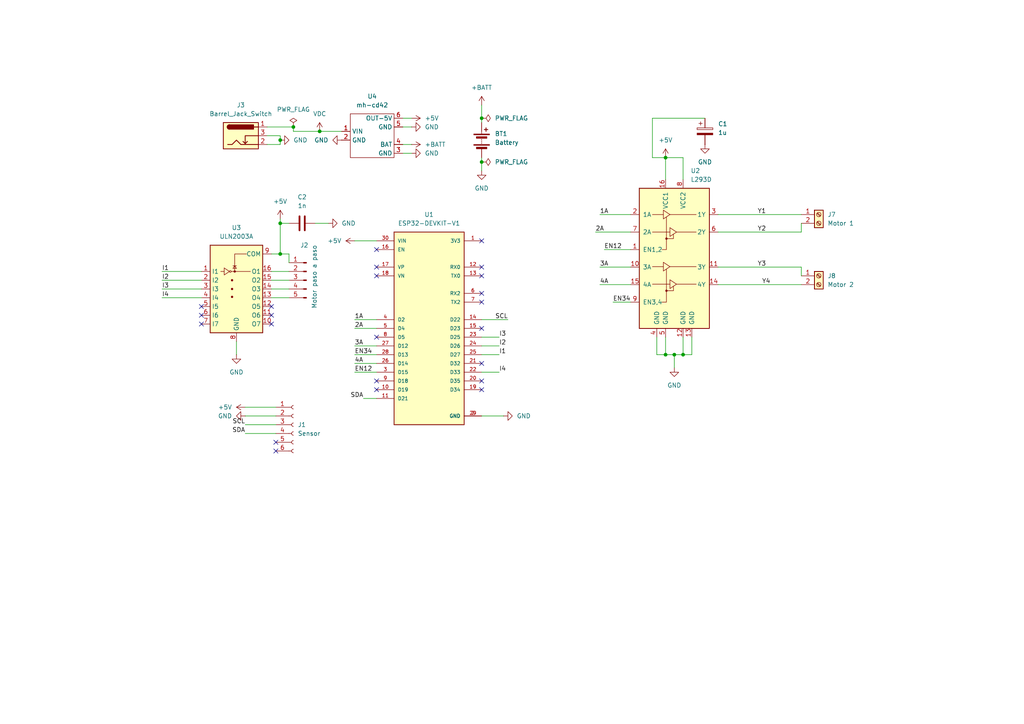
<source format=kicad_sch>
(kicad_sch (version 20231120) (generator "eeschema") (generator_version "8.0")
  (paper "A4")
  (lib_symbols
    (symbol "CD42:mh-cd42"
      (property "Reference" "U" (at 0 7.62 0))
      (property "Value" "mh-cd42" (at 0 -7.62 0))
      (symbol "mh-cd42_0_1"
        (rectangle (start -6.35 6.35) (end 6.35 -6.35))
      )
      (symbol "mh-cd42_1_1"
        (pin power_in line (at -8.89 1.27 0) (length 2.54) (name "VIN") (number "1"))
        (pin passive line (at -8.89 -1.27 0) (length 2.54) (name "GND") (number "2"))
        (pin passive line (at 8.89 -5.08 180) (length 2.54) (name "GND") (number "3"))
        (pin passive line (at 8.89 -2.54 180) (length 2.54) (name "BAT") (number "4"))
        (pin passive line (at 8.89 2.54 180) (length 2.54) (name "GND") (number "5"))
        (pin power_out line (at 8.89 5.08 180) (length 2.54) (name "OUT-5V") (number "6"))
      )
    )
    (symbol "Connector:Barrel_Jack_Switch" (pin_names hide)
      (property "Reference" "J" (at 0 5.334 0))
      (property "Value" "Barrel_Jack_Switch" (at 0 -5.08 0))
      (symbol "Barrel_Jack_Switch_0_1"
        (rectangle (start -5.08 3.81) (end 5.08 -3.81) (stroke (width 0.254)) (fill (type background)))
        (arc (start -3.302 3.175) (mid -3.9343 2.54) (end -3.302 1.905) (stroke (width 0.254)))
        (arc (start -3.302 3.175) (mid -3.9343 2.54) (end -3.302 1.905) (stroke (width 0.254)) (fill (type outline)))
        (polyline (pts (xy 1.27 -2.286) (xy 1.905 -1.651)) (stroke (width 0.254)))
        (polyline (pts (xy 5.08 2.54) (xy 3.81 2.54)) (stroke (width 0.254)))
        (polyline (pts (xy 5.08 0) (xy 1.27 0) (xy 1.27 -2.286) (xy 0.635 -1.651)) (stroke (width 0.254)))
        (polyline (pts (xy -3.81 -2.54) (xy -2.54 -2.54) (xy -1.27 -1.27) (xy 0 -2.54) (xy 2.54 -2.54) (xy 5.08 -2.54)) (stroke (width 0.254)))
        (rectangle (start 3.683 3.175) (end -3.302 1.905) (stroke (width 0.254)) (fill (type outline)))
      )
      (symbol "Barrel_Jack_Switch_1_1"
        (pin passive line (at 7.62 2.54 180) (length 2.54) (name "~") (number "1"))
        (pin passive line (at 7.62 -2.54 180) (length 2.54) (name "~") (number "2"))
        (pin passive line (at 7.62 0 180) (length 2.54) (name "~") (number "3"))
      )
    )
    (symbol "Connector:Conn_01x05_Pin" (pin_names (offset 1.016) hide)
      (property "Reference" "J" (at 0 7.62 0))
      (property "Value" "Conn_01x05_Pin" (at 0 -7.62 0))
      (symbol "Conn_01x05_Pin_1_1"
        (polyline (pts (xy 1.27 -5.08) (xy 0.8636 -5.08)) (stroke (width 0.1524)))
        (polyline (pts (xy 1.27 -2.54) (xy 0.8636 -2.54)) (stroke (width 0.1524)))
        (polyline (pts (xy 1.27 0) (xy 0.8636 0)) (stroke (width 0.1524)))
        (polyline (pts (xy 1.27 2.54) (xy 0.8636 2.54)) (stroke (width 0.1524)))
        (polyline (pts (xy 1.27 5.08) (xy 0.8636 5.08)) (stroke (width 0.1524)))
        (rectangle (start 0.8636 -4.953) (end 0 -5.207) (stroke (width 0.1524)) (fill (type outline)))
        (rectangle (start 0.8636 -2.413) (end 0 -2.667) (stroke (width 0.1524)) (fill (type outline)))
        (rectangle (start 0.8636 0.127) (end 0 -0.127) (stroke (width 0.1524)) (fill (type outline)))
        (rectangle (start 0.8636 2.667) (end 0 2.413) (stroke (width 0.1524)) (fill (type outline)))
        (rectangle (start 0.8636 5.207) (end 0 4.953) (stroke (width 0.1524)) (fill (type outline)))
        (pin passive line (at 5.08 5.08 180) (length 3.81) (name "Pin_1") (number "1"))
        (pin passive line (at 5.08 2.54 180) (length 3.81) (name "Pin_2") (number "2"))
        (pin passive line (at 5.08 0 180) (length 3.81) (name "Pin_3") (number "3"))
        (pin passive line (at 5.08 -2.54 180) (length 3.81) (name "Pin_4") (number "4"))
        (pin passive line (at 5.08 -5.08 180) (length 3.81) (name "Pin_5") (number "5"))
      )
    )
    (symbol "Connector:Conn_01x06_Socket" (pin_names (offset 1.016) hide)
      (property "Reference" "J" (at 0 7.62 0))
      (property "Value" "Conn_01x06_Socket" (at 0 -10.16 0))
      (symbol "Conn_01x06_Socket_1_1"
        (arc (start 0 -7.112) (mid -0.5058 -7.62) (end 0 -8.128) (stroke (width 0.1524)))
        (arc (start 0 -4.572) (mid -0.5058 -5.08) (end 0 -5.588) (stroke (width 0.1524)))
        (arc (start 0 -2.032) (mid -0.5058 -2.54) (end 0 -3.048) (stroke (width 0.1524)))
        (polyline (pts (xy -1.27 -7.62) (xy -0.508 -7.62)) (stroke (width 0.1524)))
        (polyline (pts (xy -1.27 -5.08) (xy -0.508 -5.08)) (stroke (width 0.1524)))
        (polyline (pts (xy -1.27 -2.54) (xy -0.508 -2.54)) (stroke (width 0.1524)))
        (polyline (pts (xy -1.27 0) (xy -0.508 0)) (stroke (width 0.1524)))
        (polyline (pts (xy -1.27 2.54) (xy -0.508 2.54)) (stroke (width 0.1524)))
        (polyline (pts (xy -1.27 5.08) (xy -0.508 5.08)) (stroke (width 0.1524)))
        (arc (start 0 0.508) (mid -0.5058 0) (end 0 -0.508) (stroke (width 0.1524)))
        (arc (start 0 3.048) (mid -0.5058 2.54) (end 0 2.032) (stroke (width 0.1524)))
        (arc (start 0 5.588) (mid -0.5058 5.08) (end 0 4.572) (stroke (width 0.1524)))
        (pin passive line (at -5.08 5.08 0) (length 3.81) (name "Pin_1") (number "1"))
        (pin passive line (at -5.08 2.54 0) (length 3.81) (name "Pin_2") (number "2"))
        (pin passive line (at -5.08 0 0) (length 3.81) (name "Pin_3") (number "3"))
        (pin passive line (at -5.08 -2.54 0) (length 3.81) (name "Pin_4") (number "4"))
        (pin passive line (at -5.08 -5.08 0) (length 3.81) (name "Pin_5") (number "5"))
        (pin passive line (at -5.08 -7.62 0) (length 3.81) (name "Pin_6") (number "6"))
      )
    )
    (symbol "Connector:Screw_Terminal_01x02" (pin_names (offset 1.016) hide)
      (property "Reference" "J" (at 0 2.54 0))
      (property "Value" "Screw_Terminal_01x02" (at 0 -5.08 0))
      (symbol "Screw_Terminal_01x02_1_1"
        (rectangle (start -1.27 1.27) (end 1.27 -3.81) (stroke (width 0.254)) (fill (type background)))
        (circle (center 0 -2.54) (radius 0.635) (stroke (width 0.1524)))
        (polyline (pts (xy -0.5334 -2.2098) (xy 0.3302 -3.048)) (stroke (width 0.1524)))
        (polyline (pts (xy -0.5334 0.3302) (xy 0.3302 -0.508)) (stroke (width 0.1524)))
        (polyline (pts (xy -0.3556 -2.032) (xy 0.508 -2.8702)) (stroke (width 0.1524)))
        (polyline (pts (xy -0.3556 0.508) (xy 0.508 -0.3302)) (stroke (width 0.1524)))
        (circle (center 0 0) (radius 0.635) (stroke (width 0.1524)))
        (pin passive line (at -5.08 0 0) (length 3.81) (name "Pin_1") (number "1"))
        (pin passive line (at -5.08 -2.54 0) (length 3.81) (name "Pin_2") (number "2"))
      )
    )
    (symbol "Device:Battery" (pin_numbers hide) (pin_names (offset 0) hide)
      (property "Reference" "BT" (at 2.54 2.54 0))
      (property "Value" "Battery" (at 2.54 0 0))
      (symbol "Battery_0_1"
        (rectangle (start -2.286 -1.27) (end 2.286 -1.524) (fill (type outline)))
        (rectangle (start -2.286 1.778) (end 2.286 1.524) (fill (type outline)))
        (rectangle (start -1.524 -2.032) (end 1.524 -2.54) (fill (type outline)))
        (rectangle (start -1.524 1.016) (end 1.524 0.508) (fill (type outline)))
        (polyline (pts (xy 0 -1.016) (xy 0 -0.762)))
        (polyline (pts (xy 0 -0.508) (xy 0 -0.254)))
        (polyline (pts (xy 0 0) (xy 0 0.254)))
        (polyline (pts (xy 0 1.778) (xy 0 2.54)))
        (polyline (pts (xy 0.762 3.048) (xy 1.778 3.048)) (stroke (width 0.254)))
        (polyline (pts (xy 1.27 3.556) (xy 1.27 2.54)) (stroke (width 0.254)))
      )
      (symbol "Battery_1_1"
        (pin passive line (at 0 5.08 270) (length 2.54) (name "+") (number "1"))
        (pin passive line (at 0 -5.08 90) (length 2.54) (name "-") (number "2"))
      )
    )
    (symbol "Device:C" (pin_numbers hide) (pin_names (offset 0.254))
      (property "Reference" "C" (at 0.635 2.54 0))
      (property "Value" "C" (at 0.635 -2.54 0))
      (symbol "C_0_1"
        (polyline (pts (xy -2.032 -0.762) (xy 2.032 -0.762)) (stroke (width 0.508)))
        (polyline (pts (xy -2.032 0.762) (xy 2.032 0.762)) (stroke (width 0.508)))
      )
      (symbol "C_1_1"
        (pin passive line (at 0 3.81 270) (length 2.794) (name "~") (number "1"))
        (pin passive line (at 0 -3.81 90) (length 2.794) (name "~") (number "2"))
      )
    )
    (symbol "Device:C_Polarized" (pin_numbers hide) (pin_names (offset 0.254))
      (property "Reference" "C" (at 0.635 2.54 0))
      (property "Value" "C_Polarized" (at 0.635 -2.54 0))
      (symbol "C_Polarized_0_1"
        (rectangle (start -2.286 0.508) (end 2.286 1.016))
        (polyline (pts (xy -1.778 2.286) (xy -0.762 2.286)))
        (polyline (pts (xy -1.27 2.794) (xy -1.27 1.778)))
        (rectangle (start 2.286 -0.508) (end -2.286 -1.016) (fill (type outline)))
      )
      (symbol "C_Polarized_1_1"
        (pin passive line (at 0 3.81 270) (length 2.794) (name "~") (number "1"))
        (pin passive line (at 0 -3.81 90) (length 2.794) (name "~") (number "2"))
      )
    )
    (symbol "Driver_Motor:L293D" (pin_names (offset 1.016))
      (property "Reference" "U" (at -5.08 26.035 0))
      (property "Value" "L293D" (at -5.08 24.13 0))
      (symbol "L293D_0_1"
        (rectangle (start -10.16 22.86) (end 10.16 -17.78) (stroke (width 0.254)) (fill (type background)))
        (circle (center -2.286 -6.858) (radius 0.254) (fill (type outline)))
        (circle (center -2.286 8.255) (radius 0.254) (fill (type outline)))
        (polyline (pts (xy -6.35 -4.953) (xy -1.27 -4.953)))
        (polyline (pts (xy -6.35 0.127) (xy -3.175 0.127)))
        (polyline (pts (xy -6.35 10.16) (xy -1.27 10.16)))
        (polyline (pts (xy -6.35 15.24) (xy -3.175 15.24)))
        (polyline (pts (xy -1.27 0.127) (xy 6.35 0.127)))
        (polyline (pts (xy -1.27 15.24) (xy 6.35 15.24)))
        (polyline (pts (xy 0.635 -4.953) (xy 6.35 -4.953)))
        (polyline (pts (xy 0.635 10.16) (xy 6.35 10.16)))
        (polyline (pts (xy -2.286 -6.858) (xy -0.254 -6.858) (xy -0.254 -5.588)))
        (polyline (pts (xy -2.286 -0.635) (xy -2.286 -10.16) (xy -3.556 -10.16)))
        (polyline (pts (xy -2.286 8.255) (xy -0.254 8.255) (xy -0.254 9.525)))
        (polyline (pts (xy -2.286 14.478) (xy -2.286 5.08) (xy -3.556 5.08)))
        (polyline (pts (xy -3.175 1.397) (xy -3.175 -1.143) (xy -1.27 0.127) (xy -3.175 1.397)))
        (polyline (pts (xy -3.175 16.51) (xy -3.175 13.97) (xy -1.27 15.24) (xy -3.175 16.51)))
        (polyline (pts (xy -1.27 -3.683) (xy -1.27 -6.223) (xy 0.635 -4.953) (xy -1.27 -3.683)))
        (polyline (pts (xy -1.27 11.43) (xy -1.27 8.89) (xy 0.635 10.16) (xy -1.27 11.43)))
      )
      (symbol "L293D_1_1"
        (pin input line (at -12.7 5.08 0) (length 2.54) (name "EN1,2") (number "1"))
        (pin input line (at -12.7 0 0) (length 2.54) (name "3A") (number "10"))
        (pin output line (at 12.7 0 180) (length 2.54) (name "3Y") (number "11"))
        (pin power_in line (at 2.54 -20.32 90) (length 2.54) (name "GND") (number "12"))
        (pin power_in line (at 5.08 -20.32 90) (length 2.54) (name "GND") (number "13"))
        (pin output line (at 12.7 -5.08 180) (length 2.54) (name "4Y") (number "14"))
        (pin input line (at -12.7 -5.08 0) (length 2.54) (name "4A") (number "15"))
        (pin power_in line (at -2.54 25.4 270) (length 2.54) (name "VCC1") (number "16"))
        (pin input line (at -12.7 15.24 0) (length 2.54) (name "1A") (number "2"))
        (pin output line (at 12.7 15.24 180) (length 2.54) (name "1Y") (number "3"))
        (pin power_in line (at -5.08 -20.32 90) (length 2.54) (name "GND") (number "4"))
        (pin power_in line (at -2.54 -20.32 90) (length 2.54) (name "GND") (number "5"))
        (pin output line (at 12.7 10.16 180) (length 2.54) (name "2Y") (number "6"))
        (pin input line (at -12.7 10.16 0) (length 2.54) (name "2A") (number "7"))
        (pin power_in line (at 2.54 25.4 270) (length 2.54) (name "VCC2") (number "8"))
        (pin input line (at -12.7 -10.16 0) (length 2.54) (name "EN3,4") (number "9"))
      )
    )
    (symbol "Transistor_Array:ULN2003A"
      (property "Reference" "U" (at 0 15.875 0))
      (property "Value" "ULN2003A" (at 0 13.97 0))
      (symbol "ULN2003A_0_1"
        (rectangle (start -7.62 -12.7) (end 7.62 12.7) (stroke (width 0.254)) (fill (type background)))
        (circle (center -1.778 5.08) (radius 0.254))
        (circle (center -1.27 -2.286) (radius 0.254) (fill (type outline)))
        (circle (center -1.27 0) (radius 0.254) (fill (type outline)))
        (circle (center -1.27 2.54) (radius 0.254) (fill (type outline)))
        (circle (center -0.508 5.08) (radius 0.254) (fill (type outline)))
        (polyline (pts (xy -4.572 5.08) (xy -3.556 5.08)))
        (polyline (pts (xy -1.524 5.08) (xy 4.064 5.08)))
        (polyline (pts (xy 0 6.731) (xy -1.016 6.731)))
        (polyline (pts (xy -0.508 5.08) (xy -0.508 10.16) (xy 2.921 10.16)))
        (polyline (pts (xy -3.556 6.096) (xy -3.556 4.064) (xy -2.032 5.08) (xy -3.556 6.096)))
        (polyline (pts (xy 0 5.969) (xy -1.016 5.969) (xy -0.508 6.731) (xy 0 5.969)))
      )
      (symbol "ULN2003A_1_1"
        (pin input line (at -10.16 5.08 0) (length 2.54) (name "I1") (number "1"))
        (pin open_collector line (at 10.16 -10.16 180) (length 2.54) (name "O7") (number "10"))
        (pin open_collector line (at 10.16 -7.62 180) (length 2.54) (name "O6") (number "11"))
        (pin open_collector line (at 10.16 -5.08 180) (length 2.54) (name "O5") (number "12"))
        (pin open_collector line (at 10.16 -2.54 180) (length 2.54) (name "O4") (number "13"))
        (pin open_collector line (at 10.16 0 180) (length 2.54) (name "O3") (number "14"))
        (pin open_collector line (at 10.16 2.54 180) (length 2.54) (name "O2") (number "15"))
        (pin open_collector line (at 10.16 5.08 180) (length 2.54) (name "O1") (number "16"))
        (pin input line (at -10.16 2.54 0) (length 2.54) (name "I2") (number "2"))
        (pin input line (at -10.16 0 0) (length 2.54) (name "I3") (number "3"))
        (pin input line (at -10.16 -2.54 0) (length 2.54) (name "I4") (number "4"))
        (pin input line (at -10.16 -5.08 0) (length 2.54) (name "I5") (number "5"))
        (pin input line (at -10.16 -7.62 0) (length 2.54) (name "I6") (number "6"))
        (pin input line (at -10.16 -10.16 0) (length 2.54) (name "I7") (number "7"))
        (pin power_in line (at 0 -15.24 90) (length 2.54) (name "GND") (number "8"))
        (pin passive line (at 10.16 10.16 180) (length 2.54) (name "COM") (number "9"))
      )
    )
    (symbol "devkit_esp32:ESP32-DEVKIT-V1" (pin_names (offset 1.016))
      (property "Reference" "U" (at -10.16 30.48 0))
      (property "Value" "ESP32-DEVKIT-V1" (at -10.16 -30.48 0))
      (symbol "ESP32-DEVKIT-V1_0_0"
        (rectangle (start -10.16 -27.94) (end 10.16 27.94) (stroke (width 0.254)) (fill (type background)))
        (pin output line (at 15.24 25.4 180) (length 5.08) (name "3V3") (number "1"))
        (pin bidirectional line (at -15.24 -17.78 0) (length 5.08) (name "D19") (number "10"))
        (pin bidirectional line (at -15.24 -20.32 0) (length 5.08) (name "D21") (number "11"))
        (pin input line (at 15.24 17.78 180) (length 5.08) (name "RX0") (number "12"))
        (pin output line (at 15.24 15.24 180) (length 5.08) (name "TX0") (number "13"))
        (pin bidirectional line (at 15.24 2.54 180) (length 5.08) (name "D22") (number "14"))
        (pin bidirectional line (at 15.24 0 180) (length 5.08) (name "D23") (number "15"))
        (pin input line (at -15.24 22.86 0) (length 5.08) (name "EN") (number "16"))
        (pin bidirectional line (at -15.24 17.78 0) (length 5.08) (name "VP") (number "17"))
        (pin bidirectional line (at -15.24 15.24 0) (length 5.08) (name "VN") (number "18"))
        (pin bidirectional line (at 15.24 -17.78 180) (length 5.08) (name "D34") (number "19"))
        (pin power_in line (at 15.24 -25.4 180) (length 5.08) (name "GND") (number "2"))
        (pin bidirectional line (at 15.24 -15.24 180) (length 5.08) (name "D35") (number "20"))
        (pin bidirectional line (at 15.24 -10.16 180) (length 5.08) (name "D32") (number "21"))
        (pin bidirectional line (at 15.24 -12.7 180) (length 5.08) (name "D33") (number "22"))
        (pin bidirectional line (at 15.24 -2.54 180) (length 5.08) (name "D25") (number "23"))
        (pin bidirectional line (at 15.24 -5.08 180) (length 5.08) (name "D26") (number "24"))
        (pin bidirectional line (at 15.24 -7.62 180) (length 5.08) (name "D27") (number "25"))
        (pin bidirectional line (at -15.24 -10.16 0) (length 5.08) (name "D14") (number "26"))
        (pin bidirectional line (at -15.24 -5.08 0) (length 5.08) (name "D12") (number "27"))
        (pin bidirectional line (at -15.24 -7.62 0) (length 5.08) (name "D13") (number "28"))
        (pin power_in line (at 15.24 -25.4 180) (length 5.08) (name "GND") (number "29"))
        (pin bidirectional line (at -15.24 -12.7 0) (length 5.08) (name "D15") (number "3"))
        (pin input line (at -15.24 25.4 0) (length 5.08) (name "VIN") (number "30"))
        (pin bidirectional line (at -15.24 2.54 0) (length 5.08) (name "D2") (number "4"))
        (pin bidirectional line (at -15.24 0 0) (length 5.08) (name "D4") (number "5"))
        (pin input line (at 15.24 10.16 180) (length 5.08) (name "RX2") (number "6"))
        (pin output line (at 15.24 7.62 180) (length 5.08) (name "TX2") (number "7"))
        (pin bidirectional line (at -15.24 -2.54 0) (length 5.08) (name "D5") (number "8"))
        (pin bidirectional line (at -15.24 -15.24 0) (length 5.08) (name "D18") (number "9"))
      )
    )
    (symbol "power:+5V" (power) (pin_numbers hide) (pin_names (offset 0) hide)
      (property "Value" "+5V" (at 0 3.556 0))
      (symbol "+5V_0_1"
        (polyline (pts (xy -0.762 1.27) (xy 0 2.54)))
        (polyline (pts (xy 0 0) (xy 0 2.54)))
        (polyline (pts (xy 0 2.54) (xy 0.762 1.27)))
      )
      (symbol "+5V_1_1"
        (pin power_in line (at 0 0 90) (length 0) (name "~") (number "1"))
      )
    )
    (symbol "power:+BATT" (power) (pin_numbers hide) (pin_names (offset 0) hide)
      (property "Value" "+BATT" (at 0 3.556 0))
      (symbol "+BATT_0_1"
        (polyline (pts (xy -0.762 1.27) (xy 0 2.54)))
        (polyline (pts (xy 0 0) (xy 0 2.54)))
        (polyline (pts (xy 0 2.54) (xy 0.762 1.27)))
      )
      (symbol "+BATT_1_1"
        (pin power_in line (at 0 0 90) (length 0) (name "~") (number "1"))
      )
    )
    (symbol "power:GND" (power) (pin_numbers hide) (pin_names (offset 0) hide)
      (property "Value" "GND" (at 0 -3.81 0))
      (symbol "GND_0_1"
        (polyline (pts (xy 0 0) (xy 0 -1.27) (xy 1.27 -1.27) (xy 0 -2.54) (xy -1.27 -1.27) (xy 0 -1.27)))
      )
      (symbol "GND_1_1"
        (pin power_in line (at 0 0 270) (length 0) (name "~") (number "1"))
      )
    )
    (symbol "power:PWR_FLAG" (power) (pin_numbers hide) (pin_names (offset 0) hide)
      (property "Value" "PWR_FLAG" (at 0 3.81 0))
      (symbol "PWR_FLAG_0_0"
        (pin power_out line (at 0 0 90) (length 0) (name "~") (number "1"))
      )
      (symbol "PWR_FLAG_0_1"
        (polyline (pts (xy 0 0) (xy 0 1.27) (xy -1.016 1.905) (xy 0 2.54) (xy 1.016 1.905) (xy 0 1.27)))
      )
    )
    (symbol "power:VDC" (power) (pin_numbers hide) (pin_names (offset 0) hide)
      (property "Value" "VDC" (at 0 3.556 0))
      (symbol "VDC_0_1"
        (polyline (pts (xy -0.762 1.27) (xy 0 2.54)))
        (polyline (pts (xy 0 0) (xy 0 2.54)))
        (polyline (pts (xy 0 2.54) (xy 0.762 1.27)))
      )
      (symbol "VDC_1_1"
        (pin power_in line (at 0 0 90) (length 0) (name "~") (number "1"))
      )
    )
  )
  (junction (at 81.28 40.64))
  (junction (at 193.04 102.87))
  (junction (at 81.28 73.66))
  (junction (at 139.7 46.99))
  (junction (at 193.04 45.72))
  (junction (at 85.09 36.83))
  (junction (at 92.71 38.1))
  (junction (at 139.7 34.29))
  (junction (at 198.12 102.87))
  (junction (at 195.58 102.87))
  (junction (at 81.28 64.77))
  (no_connect (at 109.22 77.47))
  (no_connect (at 78.74 93.98))
  (no_connect (at 139.7 87.63))
  (no_connect (at 139.7 77.47))
  (no_connect (at 139.7 113.03))
  (no_connect (at 139.7 69.85))
  (no_connect (at 139.7 95.25))
  (no_connect (at 78.74 91.44))
  (no_connect (at 58.42 91.44))
  (no_connect (at 139.7 105.41))
  (no_connect (at 109.22 80.01))
  (no_connect (at 109.22 110.49))
  (no_connect (at 109.22 113.03))
  (no_connect (at 78.74 88.9))
  (no_connect (at 80.01 130.81))
  (no_connect (at 109.22 72.39))
  (no_connect (at 139.7 85.09))
  (no_connect (at 139.7 80.01))
  (no_connect (at 139.7 110.49))
  (no_connect (at 58.42 93.98))
  (no_connect (at 58.42 88.9))
  (no_connect (at 109.22 97.79))
  (no_connect (at 80.01 128.27))
  (wire (pts (xy 190.5 102.87) (xy 193.04 102.87)))
  (wire (pts (xy 81.28 41.91) (xy 81.28 40.64)))
  (wire (pts (xy 189.23 34.29) (xy 189.23 45.72)))
  (wire (pts (xy 46.99 81.28) (xy 58.42 81.28)))
  (wire (pts (xy 85.09 38.1) (xy 92.71 38.1)))
  (wire (pts (xy 77.47 41.91) (xy 81.28 41.91)))
  (wire (pts (xy 173.99 77.47) (xy 182.88 77.47)))
  (wire (pts (xy 139.7 92.71) (xy 147.32 92.71)))
  (wire (pts (xy 195.58 102.87) (xy 195.58 106.68)))
  (wire (pts (xy 71.12 118.11) (xy 80.01 118.11)))
  (wire (pts (xy 83.82 83.82) (xy 78.74 83.82)))
  (wire (pts (xy 71.12 123.19) (xy 80.01 123.19)))
  (wire (pts (xy 81.28 63.5) (xy 81.28 64.77)))
  (wire (pts (xy 208.28 82.55) (xy 232.41 82.55)))
  (wire (pts (xy 81.28 40.64) (xy 81.28 39.37)))
  (wire (pts (xy 91.44 64.77) (xy 95.25 64.77)))
  (wire (pts (xy 116.84 41.91) (xy 119.38 41.91)))
  (wire (pts (xy 78.74 73.66) (xy 81.28 73.66)))
  (wire (pts (xy 232.41 67.31) (xy 232.41 64.77)))
  (wire (pts (xy 102.87 105.41) (xy 109.22 105.41)))
  (wire (pts (xy 92.71 38.1) (xy 99.06 38.1)))
  (wire (pts (xy 198.12 45.72) (xy 198.12 52.07)))
  (wire (pts (xy 102.87 69.85) (xy 109.22 69.85)))
  (wire (pts (xy 139.7 100.33) (xy 144.78 100.33)))
  (wire (pts (xy 193.04 97.79) (xy 193.04 102.87)))
  (wire (pts (xy 175.26 72.39) (xy 182.88 72.39)))
  (wire (pts (xy 71.12 125.73) (xy 80.01 125.73)))
  (wire (pts (xy 102.87 92.71) (xy 109.22 92.71)))
  (wire (pts (xy 204.47 34.29) (xy 189.23 34.29)))
  (wire (pts (xy 193.04 45.72) (xy 198.12 45.72)))
  (wire (pts (xy 83.82 86.36) (xy 78.74 86.36)))
  (wire (pts (xy 190.5 97.79) (xy 190.5 102.87)))
  (wire (pts (xy 77.47 36.83) (xy 85.09 36.83)))
  (wire (pts (xy 102.87 102.87) (xy 109.22 102.87)))
  (wire (pts (xy 81.28 64.77) (xy 83.82 64.77)))
  (wire (pts (xy 208.28 67.31) (xy 232.41 67.31)))
  (wire (pts (xy 173.99 62.23) (xy 182.88 62.23)))
  (wire (pts (xy 193.04 102.87) (xy 195.58 102.87)))
  (wire (pts (xy 119.38 36.83) (xy 116.84 36.83)))
  (wire (pts (xy 116.84 44.45) (xy 119.38 44.45)))
  (wire (pts (xy 139.7 34.29) (xy 139.7 35.56)))
  (wire (pts (xy 232.41 77.47) (xy 232.41 80.01)))
  (wire (pts (xy 68.58 99.06) (xy 68.58 102.87)))
  (wire (pts (xy 139.7 97.79) (xy 144.78 97.79)))
  (wire (pts (xy 119.38 34.29) (xy 116.84 34.29)))
  (wire (pts (xy 83.82 78.74) (xy 78.74 78.74)))
  (wire (pts (xy 172.72 67.31) (xy 182.88 67.31)))
  (wire (pts (xy 139.7 102.87) (xy 144.78 102.87)))
  (wire (pts (xy 46.99 78.74) (xy 58.42 78.74)))
  (wire (pts (xy 139.7 45.72) (xy 139.7 46.99)))
  (wire (pts (xy 102.87 107.95) (xy 109.22 107.95)))
  (wire (pts (xy 195.58 102.87) (xy 198.12 102.87)))
  (wire (pts (xy 46.99 86.36) (xy 58.42 86.36)))
  (wire (pts (xy 83.82 81.28) (xy 78.74 81.28)))
  (wire (pts (xy 173.99 82.55) (xy 182.88 82.55)))
  (wire (pts (xy 198.12 97.79) (xy 198.12 102.87)))
  (wire (pts (xy 102.87 100.33) (xy 109.22 100.33)))
  (wire (pts (xy 177.8 87.63) (xy 182.88 87.63)))
  (wire (pts (xy 81.28 64.77) (xy 81.28 73.66)))
  (wire (pts (xy 189.23 45.72) (xy 193.04 45.72)))
  (wire (pts (xy 200.66 97.79) (xy 200.66 102.87)))
  (wire (pts (xy 77.47 39.37) (xy 81.28 39.37)))
  (wire (pts (xy 71.12 120.65) (xy 80.01 120.65)))
  (wire (pts (xy 85.09 36.83) (xy 85.09 38.1)))
  (wire (pts (xy 193.04 45.72) (xy 193.04 52.07)))
  (wire (pts (xy 139.7 107.95) (xy 144.78 107.95)))
  (wire (pts (xy 139.7 46.99) (xy 139.7 49.53)))
  (wire (pts (xy 46.99 83.82) (xy 58.42 83.82)))
  (wire (pts (xy 81.28 73.66) (xy 83.82 73.66)))
  (wire (pts (xy 198.12 102.87) (xy 200.66 102.87)))
  (wire (pts (xy 208.28 62.23) (xy 232.41 62.23)))
  (wire (pts (xy 83.82 73.66) (xy 83.82 76.2)))
  (wire (pts (xy 139.7 30.48) (xy 139.7 34.29)))
  (wire (pts (xy 208.28 77.47) (xy 232.41 77.47)))
  (wire (pts (xy 139.7 120.65) (xy 146.05 120.65)))
  (wire (pts (xy 102.87 95.25) (xy 109.22 95.25)))
  (wire (pts (xy 105.41 115.57) (xy 109.22 115.57)))
  (label "SCL" (at 71.12 123.19 180))
  (label "I3" (at 144.78 97.79 0))
  (label "Y1" (at 219.71 62.23 0))
  (label "2A" (at 172.72 67.31 0))
  (label "I1" (at 144.78 102.87 0))
  (label "I3" (at 46.99 83.82 0))
  (label "3A" (at 173.99 77.47 0))
  (label "I4" (at 144.78 107.95 0))
  (label "EN12" (at 175.26 72.39 0))
  (label "1A" (at 173.99 62.23 0))
  (label "Y4" (at 220.98 82.55 0))
  (label "3A" (at 102.87 100.33 0))
  (label "1A" (at 102.87 92.71 0))
  (label "EN12" (at 102.87 107.95 0))
  (label "I1" (at 46.99 78.74 0))
  (label "4A" (at 173.99 82.55 0))
  (label "Y3" (at 219.71 77.47 0))
  (label "EN34" (at 177.8 87.63 0))
  (label "EN34" (at 102.87 102.87 0))
  (label "SDA" (at 105.41 115.57 180))
  (label "SCL" (at 147.32 92.71 180))
  (label "I4" (at 46.99 86.36 0))
  (label "I2" (at 46.99 81.28 0))
  (label "Y2" (at 219.71 67.31 0))
  (label "SDA" (at 71.12 125.73 180))
  (label "2A" (at 102.87 95.25 0))
  (label "I2" (at 144.78 100.33 0))
  (label "4A" (at 102.87 105.41 0))
  (symbol (lib_id "Driver_Motor:L293D") (at 195.58 77.47 0) (unit 1)
    (property "Reference" "U2" (at 200.3141 49.53 0) (effects (justify left)))
    (property "Value" "L293D" (at 200.3141 52.07 0) (effects (justify left)))
    (property "Footprint" "Package_DIP:DIP-16_W7.62mm" (effects (hide yes)))
    (property "Datasheet" "http://www.ti.com/lit/ds/symlink/l293.pdf" (effects (hide yes)))
    (property "Description" "Quadruple Half-H Drivers" (effects (hide yes)))
  )
  (symbol (lib_id "power:+5V") (at 81.28 63.5 0) (unit 1)
    (property "Reference" "#PWR010" (effects (hide yes)))
    (property "Value" "+5V" (at 81.28 58.42 0))
    (property "Description" "Power symbol creates a global label with name \"+5V\"" (effects (hide yes)))
  )
  (symbol (lib_id "power:GND") (at 119.38 36.83 90) (unit 1)
    (property "Reference" "#PWR014" (effects (hide yes)))
    (property "Value" "GND" (at 123.19 36.8299 90) (effects (justify right)))
    (property "Description" "Power symbol creates a global label with name \"GND\" , ground" (effects (hide yes)))
  )
  (symbol (lib_id "power:GND") (at 139.7 49.53 0) (unit 1)
    (property "Reference" "#PWR04" (effects (hide yes)))
    (property "Value" "GND" (at 139.7 54.61 0))
    (property "Description" "Power symbol creates a global label with name \"GND\" , ground" (effects (hide yes)))
  )
  (symbol (lib_id "power:GND") (at 95.25 64.77 90) (unit 1)
    (property "Reference" "#PWR011" (effects (hide yes)))
    (property "Value" "GND" (at 99.06 64.7699 90) (effects (justify right)))
    (property "Description" "Power symbol creates a global label with name \"GND\" , ground" (effects (hide yes)))
  )
  (symbol (lib_id "power:GND") (at 195.58 106.68 0) (unit 1)
    (property "Reference" "#PWR02" (effects (hide yes)))
    (property "Value" "GND" (at 195.58 111.76 0))
    (property "Description" "Power symbol creates a global label with name \"GND\" , ground" (effects (hide yes)))
  )
  (symbol (lib_id "power:GND") (at 204.47 41.91 0) (unit 1)
    (property "Reference" "#PWR019" (effects (hide yes)))
    (property "Value" "GND" (at 204.47 46.99 0))
    (property "Description" "Power symbol creates a global label with name \"GND\" , ground" (effects (hide yes)))
  )
  (symbol (lib_id "Connector:Conn_01x05_Pin") (at 88.9 81.28 0) (mirror y) (unit 1)
    (property "Reference" "J2" (at 88.265 71.12 0))
    (property "Value" "Motor paso a paso" (at 91.186 80.264 90))
    (property "Footprint" "Connector_PinHeader_2.54mm:PinHeader_1x05_P2.54mm_Vertical" (effects (hide yes)))
    (property "Description" "Generic connector, single row, 01x05, script generated" (effects (hide yes)))
  )
  (symbol (lib_id "power:PWR_FLAG") (at 85.09 36.83 0) (unit 1)
    (property "Reference" "#FLG03" (effects (hide yes)))
    (property "Value" "PWR_FLAG" (at 85.09 31.75 0))
    (property "Description" "Special symbol for telling ERC where power comes from" (effects (hide yes)))
  )
  (symbol (lib_id "Device:Battery") (at 139.7 40.64 0) (unit 1)
    (property "Reference" "BT1" (at 143.51 38.7984 0) (effects (justify left)))
    (property "Value" "Battery" (at 143.51 41.3384 0) (effects (justify left)))
    (property "Footprint" "Battery:BatteryHolder_MPD_BH-18650-PC2" (effects (hide yes)))
    (property "Description" "Multiple-cell battery" (effects (hide yes)))
  )
  (symbol (lib_id "power:GND") (at 146.05 120.65 90) (unit 1)
    (property "Reference" "#PWR03" (effects (hide yes)))
    (property "Value" "GND" (at 149.86 120.6499 90) (effects (justify right)))
    (property "Description" "Power symbol creates a global label with name \"GND\" , ground" (effects (hide yes)))
  )
  (symbol (lib_id "Connector:Screw_Terminal_01x02") (at 237.49 62.23 0) (unit 1)
    (property "Reference" "J7" (at 240.03 62.2299 0) (effects (justify left)))
    (property "Value" "Motor 1" (at 240.03 64.7699 0) (effects (justify left)))
    (property "Footprint" "TerminalBlock:TerminalBlock_bornier-2_P5.08mm" (effects (hide yes)))
    (property "Description" "Generic screw terminal, single row, 01x02, script generated (kicad-library-utils/schlib/autogen/connector/)" (effects (hide yes)))
  )
  (symbol (lib_id "power:+5V") (at 193.04 45.72 0) (unit 1)
    (property "Reference" "#PWR01" (effects (hide yes)))
    (property "Value" "+5V" (at 193.04 40.64 0))
    (property "Description" "Power symbol creates a global label with name \"+5V\"" (effects (hide yes)))
  )
  (symbol (lib_id "Connector:Barrel_Jack_Switch") (at 69.85 39.37 0) (unit 1)
    (property "Reference" "J3" (at 69.85 30.48 0))
    (property "Value" "Barrel_Jack_Switch" (at 69.85 33.02 0))
    (property "Footprint" "Connector_BarrelJack:BarrelJack_Horizontal" (effects (hide yes)))
    (property "Description" "DC Barrel Jack with an internal switch" (effects (hide yes)))
  )
  (symbol (lib_id "power:GND") (at 99.06 40.64 270) (unit 1)
    (property "Reference" "#PWR017" (effects (hide yes)))
    (property "Value" "GND" (at 95.25 40.6399 90) (effects (justify right)))
    (property "Description" "Power symbol creates a global label with name \"GND\" , ground" (effects (hide yes)))
  )
  (symbol (lib_id "power:GND") (at 71.12 120.65 270) (unit 1)
    (property "Reference" "#PWR06" (effects (hide yes)))
    (property "Value" "GND" (at 67.31 120.6499 90) (effects (justify right)))
    (property "Description" "Power symbol creates a global label with name \"GND\" , ground" (effects (hide yes)))
  )
  (symbol (lib_id "Connector:Screw_Terminal_01x02") (at 237.49 80.01 0) (unit 1)
    (property "Reference" "J8" (at 240.03 80.0099 0) (effects (justify left)))
    (property "Value" "Motor 2" (at 240.03 82.5499 0) (effects (justify left)))
    (property "Footprint" "TerminalBlock:TerminalBlock_bornier-2_P5.08mm" (effects (hide yes)))
    (property "Description" "Generic screw terminal, single row, 01x02, script generated (kicad-library-utils/schlib/autogen/connector/)" (effects (hide yes)))
  )
  (symbol (lib_id "Connector:Conn_01x06_Socket") (at 85.09 123.19 0) (unit 1)
    (property "Reference" "J1" (at 86.36 123.1899 0) (effects (justify left)))
    (property "Value" "Sensor" (at 86.36 125.7299 0) (effects (justify left)))
    (property "Footprint" "Connector_PinSocket_2.54mm:PinSocket_1x06_P2.54mm_Vertical" (effects (hide yes)))
    (property "Description" "Generic connector, single row, 01x06, script generated" (effects (hide yes)))
  )
  (symbol (lib_id "power:PWR_FLAG") (at 139.7 34.29 270) (unit 1)
    (property "Reference" "#FLG01" (effects (hide yes)))
    (property "Value" "PWR_FLAG" (at 143.51 34.2899 90) (effects (justify left)))
    (property "Description" "Special symbol for telling ERC where power comes from" (effects (hide yes)))
  )
  (symbol (lib_id "power:+5V") (at 102.87 69.85 90) (unit 1)
    (property "Reference" "#PWR07" (effects (hide yes)))
    (property "Value" "+5V" (at 99.06 69.8499 90) (effects (justify left)))
    (property "Description" "Power symbol creates a global label with name \"+5V\"" (effects (hide yes)))
  )
  (symbol (lib_id "power:PWR_FLAG") (at 139.7 46.99 270) (unit 1)
    (property "Reference" "#FLG02" (effects (hide yes)))
    (property "Value" "PWR_FLAG" (at 143.51 46.9899 90) (effects (justify left)))
    (property "Description" "Special symbol for telling ERC where power comes from" (effects (hide yes)))
  )
  (symbol (lib_id "power:+BATT") (at 119.38 41.91 270) (unit 1)
    (property "Reference" "#PWR012" (effects (hide yes)))
    (property "Value" "+BATT" (at 123.19 41.9099 90) (effects (justify left)))
    (property "Description" "Power symbol creates a global label with name \"+BATT\"" (effects (hide yes)))
  )
  (symbol (lib_id "Transistor_Array:ULN2003A") (at 68.58 83.82 0) (unit 1)
    (property "Reference" "U3" (at 68.58 66.04 0))
    (property "Value" "ULN2003A" (at 68.58 68.58 0))
    (property "Footprint" "ULN2003AN:DIP794W45P254L1969H508Q16" (effects (hide yes)))
    (property "Datasheet" "http://www.ti.com/lit/ds/symlink/uln2003a.pdf" (effects (hide yes)))
    (property "Description" "High Voltage, High Current Darlington Transistor Arrays, SOIC16/SOIC16W/DIP16/TSSOP16" (effects (hide yes)))
  )
  (symbol (lib_id "power:GND") (at 81.28 40.64 90) (unit 1)
    (property "Reference" "#PWR016" (effects (hide yes)))
    (property "Value" "GND" (at 85.09 40.6399 90) (effects (justify right)))
    (property "Description" "Power symbol creates a global label with name \"GND\" , ground" (effects (hide yes)))
  )
  (symbol (lib_id "power:+BATT") (at 139.7 30.48 0) (unit 1)
    (property "Reference" "#PWR08" (effects (hide yes)))
    (property "Value" "+BATT" (at 139.7 25.4 0))
    (property "Description" "Power symbol creates a global label with name \"+BATT\"" (effects (hide yes)))
  )
  (symbol (lib_id "power:GND") (at 68.58 102.87 0) (unit 1)
    (property "Reference" "#PWR05" (effects (hide yes)))
    (property "Value" "GND" (at 68.58 107.95 0))
    (property "Description" "Power symbol creates a global label with name \"GND\" , ground" (effects (hide yes)))
  )
  (symbol (lib_id "power:+5V") (at 71.12 118.11 90) (unit 1)
    (property "Reference" "#PWR09" (effects (hide yes)))
    (property "Value" "+5V" (at 67.31 118.1099 90) (effects (justify left)))
    (property "Description" "Power symbol creates a global label with name \"+5V\"" (effects (hide yes)))
  )
  (symbol (lib_id "power:+5V") (at 119.38 34.29 270) (unit 1)
    (property "Reference" "#PWR015" (effects (hide yes)))
    (property "Value" "+5V" (at 123.19 34.2899 90) (effects (justify left)))
    (property "Description" "Power symbol creates a global label with name \"+5V\"" (effects (hide yes)))
  )
  (symbol (lib_id "power:VDC") (at 92.71 38.1 0) (unit 1)
    (property "Reference" "#PWR018" (effects (hide yes)))
    (property "Value" "VDC" (at 92.71 33.02 0))
    (property "Description" "Power symbol creates a global label with name \"VDC\"" (effects (hide yes)))
  )
  (symbol (lib_id "CD42:mh-cd42") (at 107.95 39.37 0) (unit 1)
    (property "Reference" "U4" (at 107.95 27.94 0))
    (property "Value" "mh-cd42" (at 107.95 30.48 0))
  )
  (symbol (lib_id "devkit_esp32:ESP32-DEVKIT-V1") (at 124.46 95.25 0) (unit 1)
    (property "Reference" "U1" (at 124.46 62.23 0))
    (property "Value" "ESP32-DEVKIT-V1" (at 124.46 64.77 0))
    (property "Footprint" "ESP32-DEVKIT-V1:MODULE_ESP32_DEVKIT_V1" (effects (hide yes)))
    (property "MF" "Do it" (effects (hide yes)))
    (property "MAXIMUM_PACKAGE_HEIGHT" "6.8 mm" (effects (hide yes)))
    (property "Package" "None" (effects (hide yes)))
    (property "Price" "None" (effects (hide yes)))
    (property "Check_prices" "https://www.snapeda.com/parts/ESP32-DEVKIT-V1/Do+it/view-part/?ref=eda" (effects (hide yes)))
    (property "STANDARD" "Manufacturer Recommendations" (effects (hide yes)))
    (property "PARTREV" "N/A" (effects (hide yes)))
    (property "SnapEDA_Link" "https://www.snapeda.com/parts/ESP32-DEVKIT-V1/Do+it/view-part/?ref=snap" (effects (hide yes)))
    (property "MP" "ESP32-DEVKIT-V1" (effects (hide yes)))
    (property "Description_1" "\nDual core, Wi-Fi: 2.4 GHz up to 150 Mbits/s,BLE (Bluetooth Low Energy) and legacy Bluetooth, 32 bits, Up to 240 MHz\n" (effects (hide yes)))
    (property "Availability" "Not in stock" (effects (hide yes)))
    (property "MANUFACTURER" "DOIT" (effects (hide yes)))
  )
  (symbol (lib_id "Device:C") (at 87.63 64.77 90) (unit 1)
    (property "Reference" "C2" (at 87.63 57.15 90))
    (property "Value" "1n" (at 87.63 59.69 90))
    (property "Footprint" "Capacitor_THT:CP_Radial_D4.0mm_P2.00mm" (effects (hide yes)))
    (property "Description" "Unpolarized capacitor" (effects (hide yes)))
  )
  (symbol (lib_id "Device:C_Polarized") (at 204.47 38.1 0) (unit 1)
    (property "Reference" "C1" (at 208.28 35.9409 0) (effects (justify left)))
    (property "Value" "1u" (at 208.28 38.4809 0) (effects (justify left)))
    (property "Footprint" "Capacitor_THT:CP_Radial_Tantal_D5.5mm_P5.00mm" (effects (hide yes)))
    (property "Description" "Polarized capacitor" (effects (hide yes)))
  )
  (symbol (lib_id "power:GND") (at 119.38 44.45 90) (unit 1)
    (property "Reference" "#PWR013" (effects (hide yes)))
    (property "Value" "GND" (at 123.19 44.4499 90) (effects (justify right)))
    (property "Description" "Power symbol creates a global label with name \"GND\" , ground" (effects (hide yes)))
  )
)
</source>
